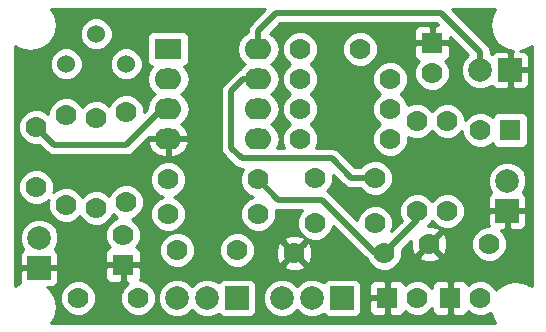
<source format=gtl>
%FSLAX46Y46*%
G04 Gerber Fmt 4.6, Leading zero omitted, Abs format (unit mm)*
G04 Created by KiCad (PCBNEW (2014-10-18 BZR 5203)-product) date 23/10/2014 11:22:48*
%MOMM*%
G01*
G04 APERTURE LIST*
%ADD10C,0.150000*%
%ADD11C,1.524000*%
%ADD12C,1.778000*%
%ADD13R,1.778000X1.778000*%
%ADD14R,2.000000X2.000000*%
%ADD15C,2.000000*%
%ADD16R,2.286000X1.778000*%
%ADD17O,2.286000X1.778000*%
%ADD18C,0.508000*%
%ADD19C,0.254000*%
G04 APERTURE END LIST*
D10*
D11*
X144907000Y-110617000D03*
X147447000Y-108077000D03*
X149987000Y-110617000D03*
D12*
X142367000Y-121031000D03*
X142367000Y-115951000D03*
X164719000Y-109347000D03*
X169799000Y-109347000D03*
X145923000Y-130429000D03*
X151003000Y-130429000D03*
X165989000Y-124079000D03*
X171069000Y-124079000D03*
X154305000Y-126365000D03*
X159385000Y-126365000D03*
X165989000Y-120269000D03*
X171069000Y-120269000D03*
X149733000Y-125095000D03*
D13*
X149733000Y-127635000D03*
D12*
X174625000Y-130429000D03*
D13*
X172085000Y-130429000D03*
D12*
X179959000Y-116205000D03*
D13*
X182499000Y-116205000D03*
D12*
X179959000Y-130429000D03*
D13*
X177419000Y-130429000D03*
D12*
X175895000Y-111379000D03*
D13*
X175895000Y-108839000D03*
D12*
X180721000Y-125857000D03*
X175641000Y-125857000D03*
X153543000Y-120396000D03*
X161163000Y-120396000D03*
X144907000Y-114935000D03*
X144907000Y-122555000D03*
X149987000Y-114681000D03*
X149987000Y-122301000D03*
X172339000Y-111887000D03*
X164719000Y-111887000D03*
X164719000Y-116967000D03*
X172339000Y-116967000D03*
X153543000Y-123317000D03*
X161163000Y-123317000D03*
X177165000Y-123063000D03*
X177165000Y-115443000D03*
X174625000Y-115443000D03*
X174625000Y-123063000D03*
X171831000Y-126619000D03*
X164211000Y-126619000D03*
X164719000Y-114427000D03*
X172339000Y-114427000D03*
X147447000Y-115189000D03*
X147447000Y-122809000D03*
D14*
X168275000Y-130429000D03*
D15*
X165735000Y-130429000D03*
X163195000Y-130429000D03*
D14*
X159385000Y-130429000D03*
D15*
X156845000Y-130429000D03*
X154305000Y-130429000D03*
D14*
X142621000Y-127889000D03*
D15*
X142621000Y-125349000D03*
D14*
X182245000Y-123063000D03*
D15*
X182245000Y-120523000D03*
D14*
X182499000Y-111125000D03*
D15*
X179959000Y-111125000D03*
D16*
X153543000Y-109347000D03*
D17*
X153543000Y-111887000D03*
X153543000Y-114427000D03*
X153543000Y-116967000D03*
X161163000Y-116967000D03*
X161163000Y-114427000D03*
X161163000Y-111887000D03*
X161163000Y-109347000D03*
D18*
X161163000Y-109347000D02*
X161163000Y-107823000D01*
X161163000Y-107823000D02*
X162687000Y-106299000D01*
X162687000Y-106299000D02*
X176657000Y-106299000D01*
X176657000Y-106299000D02*
X179959000Y-109601000D01*
X179959000Y-109601000D02*
X179959000Y-111125000D01*
X174625000Y-123063000D02*
X174625000Y-123825000D01*
X174625000Y-123825000D02*
X171831000Y-126619000D01*
X171831000Y-126619000D02*
X171069000Y-126619000D01*
X171069000Y-126619000D02*
X166562395Y-122112395D01*
X166562395Y-122112395D02*
X162879395Y-122112395D01*
X162879395Y-122112395D02*
X161163000Y-120396000D01*
X149987000Y-117475000D02*
X143891000Y-117475000D01*
X153035000Y-114427000D02*
X149987000Y-117475000D01*
X143891000Y-117475000D02*
X142367000Y-115951000D01*
X153035000Y-114427000D02*
X153543000Y-114427000D01*
X171069000Y-120269000D02*
X169037000Y-120269000D01*
X169037000Y-120269000D02*
X167386000Y-118618000D01*
X167386000Y-118618000D02*
X159766000Y-118618000D01*
X159766000Y-118618000D02*
X158877000Y-117729000D01*
X158877000Y-117729000D02*
X158877000Y-112903000D01*
X158877000Y-112903000D02*
X159893000Y-111887000D01*
X159893000Y-111887000D02*
X161163000Y-111887000D01*
D19*
G36*
X184329000Y-129439148D02*
X184134000Y-129308853D01*
X184134000Y-112251310D01*
X184134000Y-111998691D01*
X184134000Y-111410750D01*
X183975250Y-111252000D01*
X182626000Y-111252000D01*
X182626000Y-112601250D01*
X182784750Y-112760000D01*
X183625309Y-112760000D01*
X183858698Y-112663327D01*
X184037327Y-112484699D01*
X184134000Y-112251310D01*
X184134000Y-129308853D01*
X184023000Y-129234686D01*
X184023000Y-117220310D01*
X184023000Y-116967691D01*
X184023000Y-115189691D01*
X183926327Y-114956302D01*
X183747699Y-114777673D01*
X183514310Y-114681000D01*
X183261691Y-114681000D01*
X181483691Y-114681000D01*
X181250302Y-114777673D01*
X181071673Y-114956301D01*
X181011317Y-115102011D01*
X180823404Y-114913769D01*
X180263472Y-114681265D01*
X179657188Y-114680736D01*
X179096851Y-114912262D01*
X178689108Y-115319293D01*
X178689264Y-115141188D01*
X178457738Y-114580851D01*
X178029404Y-114151769D01*
X177469472Y-113919265D01*
X177419264Y-113919221D01*
X177419264Y-111077188D01*
X177187738Y-110516851D01*
X176997926Y-110326708D01*
X177143699Y-110266327D01*
X177322327Y-110087698D01*
X177419000Y-109854309D01*
X177419000Y-109124750D01*
X177260250Y-108966000D01*
X176022000Y-108966000D01*
X176022000Y-108986000D01*
X175768000Y-108986000D01*
X175768000Y-108966000D01*
X175768000Y-108712000D01*
X175768000Y-107473750D01*
X175609250Y-107315000D01*
X175132309Y-107315000D01*
X174879690Y-107315000D01*
X174646301Y-107411673D01*
X174467673Y-107590302D01*
X174371000Y-107823691D01*
X174371000Y-108553250D01*
X174529750Y-108712000D01*
X175768000Y-108712000D01*
X175768000Y-108966000D01*
X174529750Y-108966000D01*
X174371000Y-109124750D01*
X174371000Y-109854309D01*
X174467673Y-110087698D01*
X174646301Y-110266327D01*
X174792011Y-110326682D01*
X174603769Y-110514596D01*
X174371265Y-111074528D01*
X174370736Y-111680812D01*
X174602262Y-112241149D01*
X175030596Y-112670231D01*
X175590528Y-112902735D01*
X176196812Y-112903264D01*
X176757149Y-112671738D01*
X177186231Y-112243404D01*
X177418735Y-111683472D01*
X177419264Y-111077188D01*
X177419264Y-113919221D01*
X176863188Y-113918736D01*
X176302851Y-114150262D01*
X175894664Y-114557737D01*
X175489404Y-114151769D01*
X174929472Y-113919265D01*
X174323188Y-113918736D01*
X173857470Y-114111166D01*
X173631738Y-113564851D01*
X173224262Y-113156664D01*
X173630231Y-112751404D01*
X173862735Y-112191472D01*
X173863264Y-111585188D01*
X173631738Y-111024851D01*
X173203404Y-110595769D01*
X172643472Y-110363265D01*
X172037188Y-110362736D01*
X171476851Y-110594262D01*
X171323264Y-110747581D01*
X171323264Y-109045188D01*
X171091738Y-108484851D01*
X170663404Y-108055769D01*
X170103472Y-107823265D01*
X169497188Y-107822736D01*
X168936851Y-108054262D01*
X168507769Y-108482596D01*
X168275265Y-109042528D01*
X168274736Y-109648812D01*
X168506262Y-110209149D01*
X168934596Y-110638231D01*
X169494528Y-110870735D01*
X170100812Y-110871264D01*
X170661149Y-110639738D01*
X171090231Y-110211404D01*
X171322735Y-109651472D01*
X171323264Y-109045188D01*
X171323264Y-110747581D01*
X171047769Y-111022596D01*
X170815265Y-111582528D01*
X170814736Y-112188812D01*
X171046262Y-112749149D01*
X171453737Y-113157335D01*
X171047769Y-113562596D01*
X170815265Y-114122528D01*
X170814736Y-114728812D01*
X171046262Y-115289149D01*
X171453737Y-115697335D01*
X171047769Y-116102596D01*
X170815265Y-116662528D01*
X170814736Y-117268812D01*
X171046262Y-117829149D01*
X171474596Y-118258231D01*
X172034528Y-118490735D01*
X172640812Y-118491264D01*
X173201149Y-118259738D01*
X173630231Y-117831404D01*
X173862735Y-117271472D01*
X173863166Y-116776822D01*
X174320528Y-116966735D01*
X174926812Y-116967264D01*
X175487149Y-116735738D01*
X175895335Y-116328262D01*
X176300596Y-116734231D01*
X176860528Y-116966735D01*
X177466812Y-116967264D01*
X178027149Y-116735738D01*
X178434891Y-116328706D01*
X178434736Y-116506812D01*
X178666262Y-117067149D01*
X179094596Y-117496231D01*
X179654528Y-117728735D01*
X180260812Y-117729264D01*
X180821149Y-117497738D01*
X181011292Y-117307926D01*
X181071673Y-117453698D01*
X181250301Y-117632327D01*
X181483690Y-117729000D01*
X181736309Y-117729000D01*
X183514309Y-117729000D01*
X183747698Y-117632327D01*
X183926327Y-117453699D01*
X184023000Y-117220310D01*
X184023000Y-129234686D01*
X183880284Y-129139326D01*
X183880284Y-120199205D01*
X183631894Y-119598057D01*
X183172363Y-119137722D01*
X182571648Y-118888284D01*
X181921205Y-118887716D01*
X181320057Y-119136106D01*
X180859722Y-119595637D01*
X180610284Y-120196352D01*
X180609716Y-120846795D01*
X180858106Y-121447943D01*
X180920250Y-121510196D01*
X180885301Y-121524673D01*
X180706673Y-121703302D01*
X180610000Y-121936691D01*
X180610000Y-122777250D01*
X180768750Y-122936000D01*
X182118000Y-122936000D01*
X182118000Y-122916000D01*
X182372000Y-122916000D01*
X182372000Y-122936000D01*
X183721250Y-122936000D01*
X183880000Y-122777250D01*
X183880000Y-121936691D01*
X183783327Y-121703302D01*
X183604699Y-121524673D01*
X183570166Y-121510369D01*
X183630278Y-121450363D01*
X183879716Y-120849648D01*
X183880284Y-120199205D01*
X183880284Y-129139326D01*
X183880000Y-129139136D01*
X183880000Y-124189309D01*
X183880000Y-123348750D01*
X183721250Y-123190000D01*
X182372000Y-123190000D01*
X182372000Y-124539250D01*
X182530750Y-124698000D01*
X183118691Y-124698000D01*
X183371310Y-124698000D01*
X183604699Y-124601327D01*
X183783327Y-124422698D01*
X183880000Y-124189309D01*
X183880000Y-129139136D01*
X183861915Y-129127053D01*
X183007000Y-128957000D01*
X182245264Y-129108518D01*
X182245264Y-125555188D01*
X182013738Y-124994851D01*
X181717404Y-124698000D01*
X181959250Y-124698000D01*
X182118000Y-124539250D01*
X182118000Y-123190000D01*
X180768750Y-123190000D01*
X180610000Y-123348750D01*
X180610000Y-124189309D01*
X180669499Y-124332954D01*
X180419188Y-124332736D01*
X179858851Y-124564262D01*
X179429769Y-124992596D01*
X179197265Y-125552528D01*
X179196736Y-126158812D01*
X179428262Y-126719149D01*
X179856596Y-127148231D01*
X180416528Y-127380735D01*
X181022812Y-127381264D01*
X181583149Y-127149738D01*
X182012231Y-126721404D01*
X182244735Y-126161472D01*
X182245264Y-125555188D01*
X182245264Y-129108518D01*
X182152085Y-129127053D01*
X181427323Y-129611323D01*
X181330183Y-129756703D01*
X181251738Y-129566851D01*
X180823404Y-129137769D01*
X180263472Y-128905265D01*
X179657188Y-128904736D01*
X179096851Y-129136262D01*
X178906708Y-129326073D01*
X178846327Y-129180301D01*
X178667698Y-129001673D01*
X178434309Y-128905000D01*
X177704750Y-128905000D01*
X177546000Y-129063750D01*
X177546000Y-130302000D01*
X177566000Y-130302000D01*
X177566000Y-130556000D01*
X177546000Y-130556000D01*
X177546000Y-131794250D01*
X177704750Y-131953000D01*
X178434309Y-131953000D01*
X178667698Y-131856327D01*
X178846327Y-131677699D01*
X178906682Y-131531988D01*
X179094596Y-131720231D01*
X179654528Y-131952735D01*
X180260812Y-131953264D01*
X180821149Y-131721738D01*
X180869057Y-131673913D01*
X180943053Y-132045915D01*
X181255148Y-132513000D01*
X177292000Y-132513000D01*
X177292000Y-131794250D01*
X177292000Y-130556000D01*
X177272000Y-130556000D01*
X177272000Y-130302000D01*
X177292000Y-130302000D01*
X177292000Y-129063750D01*
X177176516Y-128948266D01*
X177176516Y-126095035D01*
X177150723Y-125489300D01*
X176968539Y-125049467D01*
X176713196Y-124964409D01*
X175820605Y-125857000D01*
X176713196Y-126749591D01*
X176968539Y-126664533D01*
X177176516Y-126095035D01*
X177176516Y-128948266D01*
X177133250Y-128905000D01*
X176533591Y-128905000D01*
X176533591Y-126929196D01*
X175641000Y-126036605D01*
X174748409Y-126929196D01*
X174833467Y-127184539D01*
X175402965Y-127392516D01*
X176008700Y-127366723D01*
X176448533Y-127184539D01*
X176533591Y-126929196D01*
X176533591Y-128905000D01*
X176403691Y-128905000D01*
X176170302Y-129001673D01*
X175991673Y-129180301D01*
X175895000Y-129413690D01*
X175895000Y-129544073D01*
X175489404Y-129137769D01*
X174929472Y-128905265D01*
X174323188Y-128904736D01*
X173762851Y-129136262D01*
X173572708Y-129326073D01*
X173512327Y-129180301D01*
X173333698Y-129001673D01*
X173100309Y-128905000D01*
X172370750Y-128905000D01*
X172212000Y-129063750D01*
X172212000Y-130302000D01*
X172232000Y-130302000D01*
X172232000Y-130556000D01*
X172212000Y-130556000D01*
X172212000Y-131794250D01*
X172370750Y-131953000D01*
X173100309Y-131953000D01*
X173333698Y-131856327D01*
X173512327Y-131677699D01*
X173572682Y-131531988D01*
X173760596Y-131720231D01*
X174320528Y-131952735D01*
X174926812Y-131953264D01*
X175487149Y-131721738D01*
X175895000Y-131314597D01*
X175895000Y-131444310D01*
X175991673Y-131677699D01*
X176170302Y-131856327D01*
X176403691Y-131953000D01*
X177133250Y-131953000D01*
X177292000Y-131794250D01*
X177292000Y-132513000D01*
X171958000Y-132513000D01*
X171958000Y-131794250D01*
X171958000Y-130556000D01*
X171958000Y-130302000D01*
X171958000Y-129063750D01*
X171799250Y-128905000D01*
X171069691Y-128905000D01*
X170836302Y-129001673D01*
X170657673Y-129180301D01*
X170561000Y-129413690D01*
X170561000Y-129666309D01*
X170561000Y-130143250D01*
X170719750Y-130302000D01*
X171958000Y-130302000D01*
X171958000Y-130556000D01*
X170719750Y-130556000D01*
X170561000Y-130714750D01*
X170561000Y-131191691D01*
X170561000Y-131444310D01*
X170657673Y-131677699D01*
X170836302Y-131856327D01*
X171069691Y-131953000D01*
X171799250Y-131953000D01*
X171958000Y-131794250D01*
X171958000Y-132513000D01*
X169910000Y-132513000D01*
X169910000Y-131555310D01*
X169910000Y-131302691D01*
X169910000Y-129302691D01*
X169813327Y-129069302D01*
X169634699Y-128890673D01*
X169401310Y-128794000D01*
X169148691Y-128794000D01*
X167148691Y-128794000D01*
X166915302Y-128890673D01*
X166736673Y-129069301D01*
X166722369Y-129103833D01*
X166662363Y-129043722D01*
X166061648Y-128794284D01*
X165746516Y-128794008D01*
X165746516Y-126857035D01*
X165720723Y-126251300D01*
X165538539Y-125811467D01*
X165283196Y-125726409D01*
X165103591Y-125906014D01*
X165103591Y-125546804D01*
X165018533Y-125291461D01*
X164449035Y-125083484D01*
X163843300Y-125109277D01*
X163403467Y-125291461D01*
X163318409Y-125546804D01*
X164211000Y-126439395D01*
X165103591Y-125546804D01*
X165103591Y-125906014D01*
X164390605Y-126619000D01*
X165283196Y-127511591D01*
X165538539Y-127426533D01*
X165746516Y-126857035D01*
X165746516Y-128794008D01*
X165411205Y-128793716D01*
X165103591Y-128920819D01*
X165103591Y-127691196D01*
X164211000Y-126798605D01*
X164031395Y-126978210D01*
X164031395Y-126619000D01*
X163138804Y-125726409D01*
X162883461Y-125811467D01*
X162675484Y-126380965D01*
X162701277Y-126986700D01*
X162883461Y-127426533D01*
X163138804Y-127511591D01*
X164031395Y-126619000D01*
X164031395Y-126978210D01*
X163318409Y-127691196D01*
X163403467Y-127946539D01*
X163972965Y-128154516D01*
X164578700Y-128128723D01*
X165018533Y-127946539D01*
X165103591Y-127691196D01*
X165103591Y-128920819D01*
X164810057Y-129042106D01*
X164464800Y-129386759D01*
X164122363Y-129043722D01*
X163521648Y-128794284D01*
X162871205Y-128793716D01*
X162270057Y-129042106D01*
X161809722Y-129501637D01*
X161560284Y-130102352D01*
X161559716Y-130752795D01*
X161808106Y-131353943D01*
X162267637Y-131814278D01*
X162868352Y-132063716D01*
X163518795Y-132064284D01*
X164119943Y-131815894D01*
X164465199Y-131471240D01*
X164807637Y-131814278D01*
X165408352Y-132063716D01*
X166058795Y-132064284D01*
X166659943Y-131815894D01*
X166722196Y-131753749D01*
X166736673Y-131788698D01*
X166915301Y-131967327D01*
X167148690Y-132064000D01*
X167401309Y-132064000D01*
X169401309Y-132064000D01*
X169634698Y-131967327D01*
X169813327Y-131788699D01*
X169910000Y-131555310D01*
X169910000Y-132513000D01*
X161020000Y-132513000D01*
X161020000Y-131555310D01*
X161020000Y-131302691D01*
X161020000Y-129302691D01*
X160923327Y-129069302D01*
X160909264Y-129055238D01*
X160909264Y-126063188D01*
X160677738Y-125502851D01*
X160249404Y-125073769D01*
X159689472Y-124841265D01*
X159083188Y-124840736D01*
X158522851Y-125072262D01*
X158093769Y-125500596D01*
X157861265Y-126060528D01*
X157860736Y-126666812D01*
X158092262Y-127227149D01*
X158520596Y-127656231D01*
X159080528Y-127888735D01*
X159686812Y-127889264D01*
X160247149Y-127657738D01*
X160676231Y-127229404D01*
X160908735Y-126669472D01*
X160909264Y-126063188D01*
X160909264Y-129055238D01*
X160744699Y-128890673D01*
X160511310Y-128794000D01*
X160258691Y-128794000D01*
X158258691Y-128794000D01*
X158025302Y-128890673D01*
X157846673Y-129069301D01*
X157832369Y-129103833D01*
X157772363Y-129043722D01*
X157171648Y-128794284D01*
X156521205Y-128793716D01*
X155920057Y-129042106D01*
X155829264Y-129132740D01*
X155829264Y-126063188D01*
X155597738Y-125502851D01*
X155355833Y-125260523D01*
X155355833Y-114427000D01*
X155239825Y-113843790D01*
X154909464Y-113349369D01*
X154621562Y-113157000D01*
X154909464Y-112964631D01*
X155239825Y-112470210D01*
X155355833Y-111887000D01*
X155239825Y-111303790D01*
X154920657Y-110826120D01*
X155045698Y-110774327D01*
X155224327Y-110595699D01*
X155321000Y-110362310D01*
X155321000Y-110109691D01*
X155321000Y-108331691D01*
X155224327Y-108098302D01*
X155045699Y-107919673D01*
X154812310Y-107823000D01*
X154559691Y-107823000D01*
X152273691Y-107823000D01*
X152040302Y-107919673D01*
X151861673Y-108098301D01*
X151765000Y-108331690D01*
X151765000Y-108584309D01*
X151765000Y-110362309D01*
X151861673Y-110595698D01*
X152040301Y-110774327D01*
X152165342Y-110826121D01*
X151846175Y-111303790D01*
X151730167Y-111887000D01*
X151846175Y-112470210D01*
X152176536Y-112964631D01*
X152464437Y-113157000D01*
X152176536Y-113349369D01*
X151846175Y-113843790D01*
X151730167Y-114427000D01*
X151738063Y-114466700D01*
X151510989Y-114693774D01*
X151511264Y-114379188D01*
X151384242Y-114071770D01*
X151384242Y-110340339D01*
X151172010Y-109826697D01*
X150779370Y-109433371D01*
X150266100Y-109220243D01*
X149710339Y-109219758D01*
X149196697Y-109431990D01*
X148844242Y-109783830D01*
X148844242Y-107800339D01*
X148632010Y-107286697D01*
X148239370Y-106893371D01*
X147726100Y-106680243D01*
X147170339Y-106679758D01*
X146656697Y-106891990D01*
X146263371Y-107284630D01*
X146050243Y-107797900D01*
X146049758Y-108353661D01*
X146261990Y-108867303D01*
X146654630Y-109260629D01*
X147167900Y-109473757D01*
X147723661Y-109474242D01*
X148237303Y-109262010D01*
X148630629Y-108869370D01*
X148843757Y-108356100D01*
X148844242Y-107800339D01*
X148844242Y-109783830D01*
X148803371Y-109824630D01*
X148590243Y-110337900D01*
X148589758Y-110893661D01*
X148801990Y-111407303D01*
X149194630Y-111800629D01*
X149707900Y-112013757D01*
X150263661Y-112014242D01*
X150777303Y-111802010D01*
X151170629Y-111409370D01*
X151383757Y-110896100D01*
X151384242Y-110340339D01*
X151384242Y-114071770D01*
X151279738Y-113818851D01*
X150851404Y-113389769D01*
X150291472Y-113157265D01*
X149685188Y-113156736D01*
X149124851Y-113388262D01*
X148695769Y-113816596D01*
X148559051Y-114145848D01*
X148311404Y-113897769D01*
X147751472Y-113665265D01*
X147145188Y-113664736D01*
X146584851Y-113896262D01*
X146304242Y-114176381D01*
X146304242Y-110340339D01*
X146092010Y-109826697D01*
X145699370Y-109433371D01*
X145186100Y-109220243D01*
X144630339Y-109219758D01*
X144116697Y-109431990D01*
X143723371Y-109824630D01*
X143510243Y-110337900D01*
X143509758Y-110893661D01*
X143721990Y-111407303D01*
X144114630Y-111800629D01*
X144627900Y-112013757D01*
X145183661Y-112014242D01*
X145697303Y-111802010D01*
X146090629Y-111409370D01*
X146303757Y-110896100D01*
X146304242Y-110340339D01*
X146304242Y-114176381D01*
X146260541Y-114220006D01*
X146199738Y-114072851D01*
X145771404Y-113643769D01*
X145211472Y-113411265D01*
X144605188Y-113410736D01*
X144044851Y-113642262D01*
X143615769Y-114070596D01*
X143383265Y-114630528D01*
X143383106Y-114811736D01*
X143231404Y-114659769D01*
X142671472Y-114427265D01*
X142065188Y-114426736D01*
X141504851Y-114658262D01*
X141075769Y-115086596D01*
X140843265Y-115646528D01*
X140842736Y-116252812D01*
X141074262Y-116813149D01*
X141502596Y-117242231D01*
X142062528Y-117474735D01*
X142633997Y-117475233D01*
X143262382Y-118103618D01*
X143550794Y-118296329D01*
X143891000Y-118364000D01*
X149987000Y-118364000D01*
X150327205Y-118296329D01*
X150327206Y-118296329D01*
X150615618Y-118103618D01*
X151912595Y-116806640D01*
X151929670Y-116840000D01*
X153416000Y-116840000D01*
X153416000Y-116820000D01*
X153670000Y-116820000D01*
X153670000Y-116840000D01*
X155156330Y-116840000D01*
X155277134Y-116603987D01*
X155253593Y-116501122D01*
X154964433Y-115979171D01*
X154615205Y-115701247D01*
X154909464Y-115504631D01*
X155239825Y-115010210D01*
X155355833Y-114427000D01*
X155355833Y-125260523D01*
X155277134Y-125181687D01*
X155277134Y-117330013D01*
X155156330Y-117094000D01*
X153670000Y-117094000D01*
X153670000Y-118491000D01*
X153924000Y-118491000D01*
X154497542Y-118326392D01*
X154964433Y-117954829D01*
X155253593Y-117432878D01*
X155277134Y-117330013D01*
X155277134Y-125181687D01*
X155169404Y-125073769D01*
X155067264Y-125031356D01*
X155067264Y-123015188D01*
X154835738Y-122454851D01*
X154407404Y-122025769D01*
X153999446Y-121856370D01*
X154405149Y-121688738D01*
X154834231Y-121260404D01*
X155066735Y-120700472D01*
X155067264Y-120094188D01*
X154835738Y-119533851D01*
X154407404Y-119104769D01*
X153847472Y-118872265D01*
X153416000Y-118871888D01*
X153416000Y-118491000D01*
X153416000Y-117094000D01*
X151929670Y-117094000D01*
X151808866Y-117330013D01*
X151832407Y-117432878D01*
X152121567Y-117954829D01*
X152588458Y-118326392D01*
X153162000Y-118491000D01*
X153416000Y-118491000D01*
X153416000Y-118871888D01*
X153241188Y-118871736D01*
X152680851Y-119103262D01*
X152251769Y-119531596D01*
X152019265Y-120091528D01*
X152018736Y-120697812D01*
X152250262Y-121258149D01*
X152678596Y-121687231D01*
X153086553Y-121856629D01*
X152680851Y-122024262D01*
X152251769Y-122452596D01*
X152019265Y-123012528D01*
X152018736Y-123618812D01*
X152250262Y-124179149D01*
X152678596Y-124608231D01*
X153238528Y-124840735D01*
X153844812Y-124841264D01*
X154405149Y-124609738D01*
X154834231Y-124181404D01*
X155066735Y-123621472D01*
X155067264Y-123015188D01*
X155067264Y-125031356D01*
X154609472Y-124841265D01*
X154003188Y-124840736D01*
X153442851Y-125072262D01*
X153013769Y-125500596D01*
X152781265Y-126060528D01*
X152780736Y-126666812D01*
X153012262Y-127227149D01*
X153440596Y-127656231D01*
X154000528Y-127888735D01*
X154606812Y-127889264D01*
X155167149Y-127657738D01*
X155596231Y-127229404D01*
X155828735Y-126669472D01*
X155829264Y-126063188D01*
X155829264Y-129132740D01*
X155574800Y-129386759D01*
X155232363Y-129043722D01*
X154631648Y-128794284D01*
X153981205Y-128793716D01*
X153380057Y-129042106D01*
X152919722Y-129501637D01*
X152670284Y-130102352D01*
X152669716Y-130752795D01*
X152918106Y-131353943D01*
X153377637Y-131814278D01*
X153978352Y-132063716D01*
X154628795Y-132064284D01*
X155229943Y-131815894D01*
X155575199Y-131471240D01*
X155917637Y-131814278D01*
X156518352Y-132063716D01*
X157168795Y-132064284D01*
X157769943Y-131815894D01*
X157832196Y-131753749D01*
X157846673Y-131788698D01*
X158025301Y-131967327D01*
X158258690Y-132064000D01*
X158511309Y-132064000D01*
X160511309Y-132064000D01*
X160744698Y-131967327D01*
X160923327Y-131788699D01*
X161020000Y-131555310D01*
X161020000Y-132513000D01*
X152527264Y-132513000D01*
X152527264Y-130127188D01*
X152295738Y-129566851D01*
X151867404Y-129137769D01*
X151511264Y-128989886D01*
X151511264Y-121999188D01*
X151279738Y-121438851D01*
X150851404Y-121009769D01*
X150291472Y-120777265D01*
X149685188Y-120776736D01*
X149124851Y-121008262D01*
X148695769Y-121436596D01*
X148559051Y-121765848D01*
X148311404Y-121517769D01*
X147751472Y-121285265D01*
X147145188Y-121284736D01*
X146584851Y-121516262D01*
X146260541Y-121840006D01*
X146199738Y-121692851D01*
X145771404Y-121263769D01*
X145211472Y-121031265D01*
X144605188Y-121030736D01*
X144044851Y-121262262D01*
X143833545Y-121473198D01*
X143890735Y-121335472D01*
X143891264Y-120729188D01*
X143659738Y-120168851D01*
X143231404Y-119739769D01*
X142671472Y-119507265D01*
X142065188Y-119506736D01*
X141504851Y-119738262D01*
X141075769Y-120166596D01*
X140843265Y-120726528D01*
X140842736Y-121332812D01*
X141074262Y-121893149D01*
X141502596Y-122322231D01*
X142062528Y-122554735D01*
X142668812Y-122555264D01*
X143229149Y-122323738D01*
X143440454Y-122112801D01*
X143383265Y-122250528D01*
X143382736Y-122856812D01*
X143614262Y-123417149D01*
X144042596Y-123846231D01*
X144602528Y-124078735D01*
X145208812Y-124079264D01*
X145769149Y-123847738D01*
X146093458Y-123523993D01*
X146154262Y-123671149D01*
X146582596Y-124100231D01*
X147142528Y-124332735D01*
X147748812Y-124333264D01*
X148309149Y-124101738D01*
X148738231Y-123673404D01*
X148874948Y-123344151D01*
X149122596Y-123592231D01*
X149250564Y-123645368D01*
X148870851Y-123802262D01*
X148441769Y-124230596D01*
X148209265Y-124790528D01*
X148208736Y-125396812D01*
X148440262Y-125957149D01*
X148630073Y-126147291D01*
X148484301Y-126207673D01*
X148305673Y-126386302D01*
X148209000Y-126619691D01*
X148209000Y-127349250D01*
X148367750Y-127508000D01*
X149606000Y-127508000D01*
X149606000Y-127488000D01*
X149860000Y-127488000D01*
X149860000Y-127508000D01*
X151098250Y-127508000D01*
X151257000Y-127349250D01*
X151257000Y-126619691D01*
X151160327Y-126386302D01*
X150981699Y-126207673D01*
X150835988Y-126147317D01*
X151024231Y-125959404D01*
X151256735Y-125399472D01*
X151257264Y-124793188D01*
X151025738Y-124232851D01*
X150597404Y-123803769D01*
X150469435Y-123750631D01*
X150849149Y-123593738D01*
X151278231Y-123165404D01*
X151510735Y-122605472D01*
X151511264Y-121999188D01*
X151511264Y-128989886D01*
X151307472Y-128905265D01*
X151138907Y-128905117D01*
X151160327Y-128883698D01*
X151257000Y-128650309D01*
X151257000Y-127920750D01*
X151098250Y-127762000D01*
X149860000Y-127762000D01*
X149860000Y-129000250D01*
X150018750Y-129159000D01*
X150118073Y-129159000D01*
X149711769Y-129564596D01*
X149606000Y-129819316D01*
X149606000Y-129000250D01*
X149606000Y-127762000D01*
X148367750Y-127762000D01*
X148209000Y-127920750D01*
X148209000Y-128650309D01*
X148305673Y-128883698D01*
X148484301Y-129062327D01*
X148717690Y-129159000D01*
X148970309Y-129159000D01*
X149447250Y-129159000D01*
X149606000Y-129000250D01*
X149606000Y-129819316D01*
X149479265Y-130124528D01*
X149478736Y-130730812D01*
X149710262Y-131291149D01*
X150138596Y-131720231D01*
X150698528Y-131952735D01*
X151304812Y-131953264D01*
X151865149Y-131721738D01*
X152294231Y-131293404D01*
X152526735Y-130733472D01*
X152527264Y-130127188D01*
X152527264Y-132513000D01*
X147447264Y-132513000D01*
X147447264Y-130127188D01*
X147215738Y-129566851D01*
X146787404Y-129137769D01*
X146227472Y-128905265D01*
X145621188Y-128904736D01*
X145060851Y-129136262D01*
X144631769Y-129564596D01*
X144399265Y-130124528D01*
X144398736Y-130730812D01*
X144630262Y-131291149D01*
X145058596Y-131720231D01*
X145618528Y-131952735D01*
X146224812Y-131953264D01*
X146785149Y-131721738D01*
X147214231Y-131293404D01*
X147446735Y-130733472D01*
X147447264Y-130127188D01*
X147447264Y-132513000D01*
X144256284Y-132513000D01*
X144256284Y-125025205D01*
X144007894Y-124424057D01*
X143548363Y-123963722D01*
X142947648Y-123714284D01*
X142297205Y-123713716D01*
X141696057Y-123962106D01*
X141235722Y-124421637D01*
X140986284Y-125022352D01*
X140985716Y-125672795D01*
X141234106Y-126273943D01*
X141296250Y-126336196D01*
X141261301Y-126350673D01*
X141082673Y-126529302D01*
X140986000Y-126762691D01*
X140986000Y-127603250D01*
X141144750Y-127762000D01*
X142494000Y-127762000D01*
X142494000Y-127742000D01*
X142748000Y-127742000D01*
X142748000Y-127762000D01*
X144097250Y-127762000D01*
X144256000Y-127603250D01*
X144256000Y-126762691D01*
X144159327Y-126529302D01*
X143980699Y-126350673D01*
X143946166Y-126336369D01*
X144006278Y-126276363D01*
X144255716Y-125675648D01*
X144256284Y-125025205D01*
X144256284Y-132513000D01*
X143610851Y-132513000D01*
X143922947Y-132045915D01*
X144093000Y-131191000D01*
X143922947Y-130336085D01*
X143438677Y-129611323D01*
X143307988Y-129524000D01*
X143494691Y-129524000D01*
X143747310Y-129524000D01*
X143980699Y-129427327D01*
X144159327Y-129248698D01*
X144256000Y-129015309D01*
X144256000Y-128174750D01*
X144097250Y-128016000D01*
X142748000Y-128016000D01*
X142748000Y-128036000D01*
X142494000Y-128036000D01*
X142494000Y-128016000D01*
X141144750Y-128016000D01*
X140986000Y-128174750D01*
X140986000Y-129015309D01*
X141030139Y-129121870D01*
X141004085Y-129127053D01*
X140537000Y-129439148D01*
X140537000Y-109066851D01*
X141004085Y-109378947D01*
X141859000Y-109549000D01*
X142713915Y-109378947D01*
X143438677Y-108894677D01*
X143922947Y-108169915D01*
X144093000Y-107315000D01*
X143922947Y-106460085D01*
X143610851Y-105993000D01*
X161735764Y-105993000D01*
X160534382Y-107194382D01*
X160341671Y-107482794D01*
X160274000Y-107823000D01*
X160274000Y-107950338D01*
X159796536Y-108269369D01*
X159466175Y-108763790D01*
X159350167Y-109347000D01*
X159466175Y-109930210D01*
X159796536Y-110424631D01*
X160084437Y-110617000D01*
X159796536Y-110809369D01*
X159636391Y-111049042D01*
X159552794Y-111065671D01*
X159264382Y-111258382D01*
X158248382Y-112274382D01*
X158055671Y-112562794D01*
X157988000Y-112903000D01*
X157988000Y-117729000D01*
X158055671Y-118069206D01*
X158248382Y-118357618D01*
X159137382Y-119246618D01*
X159425794Y-119439329D01*
X159425795Y-119439329D01*
X159766000Y-119507000D01*
X159896407Y-119507000D01*
X159871769Y-119531596D01*
X159639265Y-120091528D01*
X159638736Y-120697812D01*
X159870262Y-121258149D01*
X160298596Y-121687231D01*
X160706553Y-121856629D01*
X160300851Y-122024262D01*
X159871769Y-122452596D01*
X159639265Y-123012528D01*
X159638736Y-123618812D01*
X159870262Y-124179149D01*
X160298596Y-124608231D01*
X160858528Y-124840735D01*
X161464812Y-124841264D01*
X162025149Y-124609738D01*
X162454231Y-124181404D01*
X162686735Y-123621472D01*
X162687264Y-123015188D01*
X162663849Y-122958520D01*
X162879395Y-123001395D01*
X164911342Y-123001395D01*
X164697769Y-123214596D01*
X164465265Y-123774528D01*
X164464736Y-124380812D01*
X164696262Y-124941149D01*
X165124596Y-125370231D01*
X165684528Y-125602735D01*
X166290812Y-125603264D01*
X166851149Y-125371738D01*
X167280231Y-124943404D01*
X167512735Y-124383472D01*
X167512790Y-124320026D01*
X170440382Y-127247618D01*
X170442298Y-127248898D01*
X170538262Y-127481149D01*
X170966596Y-127910231D01*
X171526528Y-128142735D01*
X172132812Y-128143264D01*
X172693149Y-127911738D01*
X173122231Y-127483404D01*
X173354735Y-126923472D01*
X173355233Y-126352002D01*
X174115386Y-125591849D01*
X174105484Y-125618965D01*
X174131277Y-126224700D01*
X174313461Y-126664533D01*
X174568804Y-126749591D01*
X175461395Y-125857000D01*
X175447252Y-125842857D01*
X175626857Y-125663252D01*
X175641000Y-125677395D01*
X176533591Y-124784804D01*
X176448533Y-124529461D01*
X175879035Y-124321484D01*
X175505530Y-124337388D01*
X175895335Y-123948262D01*
X176300596Y-124354231D01*
X176860528Y-124586735D01*
X177466812Y-124587264D01*
X178027149Y-124355738D01*
X178456231Y-123927404D01*
X178688735Y-123367472D01*
X178689264Y-122761188D01*
X178457738Y-122200851D01*
X178029404Y-121771769D01*
X177469472Y-121539265D01*
X176863188Y-121538736D01*
X176302851Y-121770262D01*
X175894664Y-122177737D01*
X175489404Y-121771769D01*
X174929472Y-121539265D01*
X174323188Y-121538736D01*
X173762851Y-121770262D01*
X173333769Y-122198596D01*
X173101265Y-122758528D01*
X173100736Y-123364812D01*
X173313360Y-123879403D01*
X172438959Y-124753804D01*
X172592735Y-124383472D01*
X172593264Y-123777188D01*
X172361738Y-123216851D01*
X171933404Y-122787769D01*
X171373472Y-122555265D01*
X170767188Y-122554736D01*
X170206851Y-122786262D01*
X169777769Y-123214596D01*
X169545265Y-123774528D01*
X169545209Y-123837973D01*
X167191013Y-121483777D01*
X167034205Y-121379001D01*
X167280231Y-121133404D01*
X167512735Y-120573472D01*
X167513233Y-120002469D01*
X168408382Y-120897618D01*
X168696794Y-121090329D01*
X168696795Y-121090330D01*
X169037000Y-121158000D01*
X169803066Y-121158000D01*
X170204596Y-121560231D01*
X170764528Y-121792735D01*
X171370812Y-121793264D01*
X171931149Y-121561738D01*
X172360231Y-121133404D01*
X172592735Y-120573472D01*
X172593264Y-119967188D01*
X172361738Y-119406851D01*
X171933404Y-118977769D01*
X171373472Y-118745265D01*
X170767188Y-118744736D01*
X170206851Y-118976262D01*
X169802407Y-119380000D01*
X169405236Y-119380000D01*
X168014618Y-117989382D01*
X167726206Y-117796671D01*
X167386000Y-117729000D01*
X166052752Y-117729000D01*
X166242735Y-117271472D01*
X166243264Y-116665188D01*
X166011738Y-116104851D01*
X165604262Y-115696664D01*
X166010231Y-115291404D01*
X166242735Y-114731472D01*
X166243264Y-114125188D01*
X166011738Y-113564851D01*
X165604262Y-113156664D01*
X166010231Y-112751404D01*
X166242735Y-112191472D01*
X166243264Y-111585188D01*
X166011738Y-111024851D01*
X165604262Y-110616664D01*
X166010231Y-110211404D01*
X166242735Y-109651472D01*
X166243264Y-109045188D01*
X166011738Y-108484851D01*
X165583404Y-108055769D01*
X165023472Y-107823265D01*
X164417188Y-107822736D01*
X163856851Y-108054262D01*
X163427769Y-108482596D01*
X163195265Y-109042528D01*
X163194736Y-109648812D01*
X163426262Y-110209149D01*
X163833737Y-110617335D01*
X163427769Y-111022596D01*
X163195265Y-111582528D01*
X163194736Y-112188812D01*
X163426262Y-112749149D01*
X163833737Y-113157335D01*
X163427769Y-113562596D01*
X163195265Y-114122528D01*
X163194736Y-114728812D01*
X163426262Y-115289149D01*
X163833737Y-115697335D01*
X163427769Y-116102596D01*
X163195265Y-116662528D01*
X163194736Y-117268812D01*
X163384881Y-117729000D01*
X162740361Y-117729000D01*
X162859825Y-117550210D01*
X162975833Y-116967000D01*
X162859825Y-116383790D01*
X162529464Y-115889369D01*
X162241562Y-115697000D01*
X162529464Y-115504631D01*
X162859825Y-115010210D01*
X162975833Y-114427000D01*
X162859825Y-113843790D01*
X162529464Y-113349369D01*
X162241562Y-113157000D01*
X162529464Y-112964631D01*
X162859825Y-112470210D01*
X162975833Y-111887000D01*
X162859825Y-111303790D01*
X162529464Y-110809369D01*
X162241562Y-110617000D01*
X162529464Y-110424631D01*
X162859825Y-109930210D01*
X162975833Y-109347000D01*
X162859825Y-108763790D01*
X162529464Y-108269369D01*
X162196407Y-108046828D01*
X163055236Y-107188000D01*
X176288764Y-107188000D01*
X176415764Y-107315000D01*
X176180750Y-107315000D01*
X176022000Y-107473750D01*
X176022000Y-108712000D01*
X177260250Y-108712000D01*
X177419000Y-108553250D01*
X177419000Y-108318236D01*
X178936378Y-109835614D01*
X178573722Y-110197637D01*
X178324284Y-110798352D01*
X178323716Y-111448795D01*
X178572106Y-112049943D01*
X179031637Y-112510278D01*
X179632352Y-112759716D01*
X180282795Y-112760284D01*
X180883943Y-112511894D01*
X180946196Y-112449749D01*
X180960673Y-112484699D01*
X181139302Y-112663327D01*
X181372691Y-112760000D01*
X182213250Y-112760000D01*
X182372000Y-112601250D01*
X182372000Y-111252000D01*
X182352000Y-111252000D01*
X182352000Y-110998000D01*
X182372000Y-110998000D01*
X182372000Y-109648750D01*
X182213250Y-109490000D01*
X181372691Y-109490000D01*
X181139302Y-109586673D01*
X180960673Y-109765301D01*
X180946369Y-109799833D01*
X180886363Y-109739722D01*
X180848000Y-109723792D01*
X180848000Y-109601000D01*
X180780329Y-109260795D01*
X180780329Y-109260794D01*
X180587618Y-108972382D01*
X177608235Y-105993000D01*
X181255148Y-105993000D01*
X180943053Y-106460085D01*
X180773000Y-107315000D01*
X180943053Y-108169915D01*
X181427323Y-108894677D01*
X182152085Y-109378947D01*
X182772412Y-109502337D01*
X182626000Y-109648750D01*
X182626000Y-110998000D01*
X183975250Y-110998000D01*
X184134000Y-110839250D01*
X184134000Y-110251309D01*
X184134000Y-109998690D01*
X184037327Y-109765301D01*
X183858698Y-109586673D01*
X183625309Y-109490000D01*
X183303613Y-109490000D01*
X183861915Y-109378947D01*
X184329000Y-109066851D01*
X184329000Y-129439148D01*
X184329000Y-129439148D01*
G37*
X184329000Y-129439148D02*
X184134000Y-129308853D01*
X184134000Y-112251310D01*
X184134000Y-111998691D01*
X184134000Y-111410750D01*
X183975250Y-111252000D01*
X182626000Y-111252000D01*
X182626000Y-112601250D01*
X182784750Y-112760000D01*
X183625309Y-112760000D01*
X183858698Y-112663327D01*
X184037327Y-112484699D01*
X184134000Y-112251310D01*
X184134000Y-129308853D01*
X184023000Y-129234686D01*
X184023000Y-117220310D01*
X184023000Y-116967691D01*
X184023000Y-115189691D01*
X183926327Y-114956302D01*
X183747699Y-114777673D01*
X183514310Y-114681000D01*
X183261691Y-114681000D01*
X181483691Y-114681000D01*
X181250302Y-114777673D01*
X181071673Y-114956301D01*
X181011317Y-115102011D01*
X180823404Y-114913769D01*
X180263472Y-114681265D01*
X179657188Y-114680736D01*
X179096851Y-114912262D01*
X178689108Y-115319293D01*
X178689264Y-115141188D01*
X178457738Y-114580851D01*
X178029404Y-114151769D01*
X177469472Y-113919265D01*
X177419264Y-113919221D01*
X177419264Y-111077188D01*
X177187738Y-110516851D01*
X176997926Y-110326708D01*
X177143699Y-110266327D01*
X177322327Y-110087698D01*
X177419000Y-109854309D01*
X177419000Y-109124750D01*
X177260250Y-108966000D01*
X176022000Y-108966000D01*
X176022000Y-108986000D01*
X175768000Y-108986000D01*
X175768000Y-108966000D01*
X175768000Y-108712000D01*
X175768000Y-107473750D01*
X175609250Y-107315000D01*
X175132309Y-107315000D01*
X174879690Y-107315000D01*
X174646301Y-107411673D01*
X174467673Y-107590302D01*
X174371000Y-107823691D01*
X174371000Y-108553250D01*
X174529750Y-108712000D01*
X175768000Y-108712000D01*
X175768000Y-108966000D01*
X174529750Y-108966000D01*
X174371000Y-109124750D01*
X174371000Y-109854309D01*
X174467673Y-110087698D01*
X174646301Y-110266327D01*
X174792011Y-110326682D01*
X174603769Y-110514596D01*
X174371265Y-111074528D01*
X174370736Y-111680812D01*
X174602262Y-112241149D01*
X175030596Y-112670231D01*
X175590528Y-112902735D01*
X176196812Y-112903264D01*
X176757149Y-112671738D01*
X177186231Y-112243404D01*
X177418735Y-111683472D01*
X177419264Y-111077188D01*
X177419264Y-113919221D01*
X176863188Y-113918736D01*
X176302851Y-114150262D01*
X175894664Y-114557737D01*
X175489404Y-114151769D01*
X174929472Y-113919265D01*
X174323188Y-113918736D01*
X173857470Y-114111166D01*
X173631738Y-113564851D01*
X173224262Y-113156664D01*
X173630231Y-112751404D01*
X173862735Y-112191472D01*
X173863264Y-111585188D01*
X173631738Y-111024851D01*
X173203404Y-110595769D01*
X172643472Y-110363265D01*
X172037188Y-110362736D01*
X171476851Y-110594262D01*
X171323264Y-110747581D01*
X171323264Y-109045188D01*
X171091738Y-108484851D01*
X170663404Y-108055769D01*
X170103472Y-107823265D01*
X169497188Y-107822736D01*
X168936851Y-108054262D01*
X168507769Y-108482596D01*
X168275265Y-109042528D01*
X168274736Y-109648812D01*
X168506262Y-110209149D01*
X168934596Y-110638231D01*
X169494528Y-110870735D01*
X170100812Y-110871264D01*
X170661149Y-110639738D01*
X171090231Y-110211404D01*
X171322735Y-109651472D01*
X171323264Y-109045188D01*
X171323264Y-110747581D01*
X171047769Y-111022596D01*
X170815265Y-111582528D01*
X170814736Y-112188812D01*
X171046262Y-112749149D01*
X171453737Y-113157335D01*
X171047769Y-113562596D01*
X170815265Y-114122528D01*
X170814736Y-114728812D01*
X171046262Y-115289149D01*
X171453737Y-115697335D01*
X171047769Y-116102596D01*
X170815265Y-116662528D01*
X170814736Y-117268812D01*
X171046262Y-117829149D01*
X171474596Y-118258231D01*
X172034528Y-118490735D01*
X172640812Y-118491264D01*
X173201149Y-118259738D01*
X173630231Y-117831404D01*
X173862735Y-117271472D01*
X173863166Y-116776822D01*
X174320528Y-116966735D01*
X174926812Y-116967264D01*
X175487149Y-116735738D01*
X175895335Y-116328262D01*
X176300596Y-116734231D01*
X176860528Y-116966735D01*
X177466812Y-116967264D01*
X178027149Y-116735738D01*
X178434891Y-116328706D01*
X178434736Y-116506812D01*
X178666262Y-117067149D01*
X179094596Y-117496231D01*
X179654528Y-117728735D01*
X180260812Y-117729264D01*
X180821149Y-117497738D01*
X181011292Y-117307926D01*
X181071673Y-117453698D01*
X181250301Y-117632327D01*
X181483690Y-117729000D01*
X181736309Y-117729000D01*
X183514309Y-117729000D01*
X183747698Y-117632327D01*
X183926327Y-117453699D01*
X184023000Y-117220310D01*
X184023000Y-129234686D01*
X183880284Y-129139326D01*
X183880284Y-120199205D01*
X183631894Y-119598057D01*
X183172363Y-119137722D01*
X182571648Y-118888284D01*
X181921205Y-118887716D01*
X181320057Y-119136106D01*
X180859722Y-119595637D01*
X180610284Y-120196352D01*
X180609716Y-120846795D01*
X180858106Y-121447943D01*
X180920250Y-121510196D01*
X180885301Y-121524673D01*
X180706673Y-121703302D01*
X180610000Y-121936691D01*
X180610000Y-122777250D01*
X180768750Y-122936000D01*
X182118000Y-122936000D01*
X182118000Y-122916000D01*
X182372000Y-122916000D01*
X182372000Y-122936000D01*
X183721250Y-122936000D01*
X183880000Y-122777250D01*
X183880000Y-121936691D01*
X183783327Y-121703302D01*
X183604699Y-121524673D01*
X183570166Y-121510369D01*
X183630278Y-121450363D01*
X183879716Y-120849648D01*
X183880284Y-120199205D01*
X183880284Y-129139326D01*
X183880000Y-129139136D01*
X183880000Y-124189309D01*
X183880000Y-123348750D01*
X183721250Y-123190000D01*
X182372000Y-123190000D01*
X182372000Y-124539250D01*
X182530750Y-124698000D01*
X183118691Y-124698000D01*
X183371310Y-124698000D01*
X183604699Y-124601327D01*
X183783327Y-124422698D01*
X183880000Y-124189309D01*
X183880000Y-129139136D01*
X183861915Y-129127053D01*
X183007000Y-128957000D01*
X182245264Y-129108518D01*
X182245264Y-125555188D01*
X182013738Y-124994851D01*
X181717404Y-124698000D01*
X181959250Y-124698000D01*
X182118000Y-124539250D01*
X182118000Y-123190000D01*
X180768750Y-123190000D01*
X180610000Y-123348750D01*
X180610000Y-124189309D01*
X180669499Y-124332954D01*
X180419188Y-124332736D01*
X179858851Y-124564262D01*
X179429769Y-124992596D01*
X179197265Y-125552528D01*
X179196736Y-126158812D01*
X179428262Y-126719149D01*
X179856596Y-127148231D01*
X180416528Y-127380735D01*
X181022812Y-127381264D01*
X181583149Y-127149738D01*
X182012231Y-126721404D01*
X182244735Y-126161472D01*
X182245264Y-125555188D01*
X182245264Y-129108518D01*
X182152085Y-129127053D01*
X181427323Y-129611323D01*
X181330183Y-129756703D01*
X181251738Y-129566851D01*
X180823404Y-129137769D01*
X180263472Y-128905265D01*
X179657188Y-128904736D01*
X179096851Y-129136262D01*
X178906708Y-129326073D01*
X178846327Y-129180301D01*
X178667698Y-129001673D01*
X178434309Y-128905000D01*
X177704750Y-128905000D01*
X177546000Y-129063750D01*
X177546000Y-130302000D01*
X177566000Y-130302000D01*
X177566000Y-130556000D01*
X177546000Y-130556000D01*
X177546000Y-131794250D01*
X177704750Y-131953000D01*
X178434309Y-131953000D01*
X178667698Y-131856327D01*
X178846327Y-131677699D01*
X178906682Y-131531988D01*
X179094596Y-131720231D01*
X179654528Y-131952735D01*
X180260812Y-131953264D01*
X180821149Y-131721738D01*
X180869057Y-131673913D01*
X180943053Y-132045915D01*
X181255148Y-132513000D01*
X177292000Y-132513000D01*
X177292000Y-131794250D01*
X177292000Y-130556000D01*
X177272000Y-130556000D01*
X177272000Y-130302000D01*
X177292000Y-130302000D01*
X177292000Y-129063750D01*
X177176516Y-128948266D01*
X177176516Y-126095035D01*
X177150723Y-125489300D01*
X176968539Y-125049467D01*
X176713196Y-124964409D01*
X175820605Y-125857000D01*
X176713196Y-126749591D01*
X176968539Y-126664533D01*
X177176516Y-126095035D01*
X177176516Y-128948266D01*
X177133250Y-128905000D01*
X176533591Y-128905000D01*
X176533591Y-126929196D01*
X175641000Y-126036605D01*
X174748409Y-126929196D01*
X174833467Y-127184539D01*
X175402965Y-127392516D01*
X176008700Y-127366723D01*
X176448533Y-127184539D01*
X176533591Y-126929196D01*
X176533591Y-128905000D01*
X176403691Y-128905000D01*
X176170302Y-129001673D01*
X175991673Y-129180301D01*
X175895000Y-129413690D01*
X175895000Y-129544073D01*
X175489404Y-129137769D01*
X174929472Y-128905265D01*
X174323188Y-128904736D01*
X173762851Y-129136262D01*
X173572708Y-129326073D01*
X173512327Y-129180301D01*
X173333698Y-129001673D01*
X173100309Y-128905000D01*
X172370750Y-128905000D01*
X172212000Y-129063750D01*
X172212000Y-130302000D01*
X172232000Y-130302000D01*
X172232000Y-130556000D01*
X172212000Y-130556000D01*
X172212000Y-131794250D01*
X172370750Y-131953000D01*
X173100309Y-131953000D01*
X173333698Y-131856327D01*
X173512327Y-131677699D01*
X173572682Y-131531988D01*
X173760596Y-131720231D01*
X174320528Y-131952735D01*
X174926812Y-131953264D01*
X175487149Y-131721738D01*
X175895000Y-131314597D01*
X175895000Y-131444310D01*
X175991673Y-131677699D01*
X176170302Y-131856327D01*
X176403691Y-131953000D01*
X177133250Y-131953000D01*
X177292000Y-131794250D01*
X177292000Y-132513000D01*
X171958000Y-132513000D01*
X171958000Y-131794250D01*
X171958000Y-130556000D01*
X171958000Y-130302000D01*
X171958000Y-129063750D01*
X171799250Y-128905000D01*
X171069691Y-128905000D01*
X170836302Y-129001673D01*
X170657673Y-129180301D01*
X170561000Y-129413690D01*
X170561000Y-129666309D01*
X170561000Y-130143250D01*
X170719750Y-130302000D01*
X171958000Y-130302000D01*
X171958000Y-130556000D01*
X170719750Y-130556000D01*
X170561000Y-130714750D01*
X170561000Y-131191691D01*
X170561000Y-131444310D01*
X170657673Y-131677699D01*
X170836302Y-131856327D01*
X171069691Y-131953000D01*
X171799250Y-131953000D01*
X171958000Y-131794250D01*
X171958000Y-132513000D01*
X169910000Y-132513000D01*
X169910000Y-131555310D01*
X169910000Y-131302691D01*
X169910000Y-129302691D01*
X169813327Y-129069302D01*
X169634699Y-128890673D01*
X169401310Y-128794000D01*
X169148691Y-128794000D01*
X167148691Y-128794000D01*
X166915302Y-128890673D01*
X166736673Y-129069301D01*
X166722369Y-129103833D01*
X166662363Y-129043722D01*
X166061648Y-128794284D01*
X165746516Y-128794008D01*
X165746516Y-126857035D01*
X165720723Y-126251300D01*
X165538539Y-125811467D01*
X165283196Y-125726409D01*
X165103591Y-125906014D01*
X165103591Y-125546804D01*
X165018533Y-125291461D01*
X164449035Y-125083484D01*
X163843300Y-125109277D01*
X163403467Y-125291461D01*
X163318409Y-125546804D01*
X164211000Y-126439395D01*
X165103591Y-125546804D01*
X165103591Y-125906014D01*
X164390605Y-126619000D01*
X165283196Y-127511591D01*
X165538539Y-127426533D01*
X165746516Y-126857035D01*
X165746516Y-128794008D01*
X165411205Y-128793716D01*
X165103591Y-128920819D01*
X165103591Y-127691196D01*
X164211000Y-126798605D01*
X164031395Y-126978210D01*
X164031395Y-126619000D01*
X163138804Y-125726409D01*
X162883461Y-125811467D01*
X162675484Y-126380965D01*
X162701277Y-126986700D01*
X162883461Y-127426533D01*
X163138804Y-127511591D01*
X164031395Y-126619000D01*
X164031395Y-126978210D01*
X163318409Y-127691196D01*
X163403467Y-127946539D01*
X163972965Y-128154516D01*
X164578700Y-128128723D01*
X165018533Y-127946539D01*
X165103591Y-127691196D01*
X165103591Y-128920819D01*
X164810057Y-129042106D01*
X164464800Y-129386759D01*
X164122363Y-129043722D01*
X163521648Y-128794284D01*
X162871205Y-128793716D01*
X162270057Y-129042106D01*
X161809722Y-129501637D01*
X161560284Y-130102352D01*
X161559716Y-130752795D01*
X161808106Y-131353943D01*
X162267637Y-131814278D01*
X162868352Y-132063716D01*
X163518795Y-132064284D01*
X164119943Y-131815894D01*
X164465199Y-131471240D01*
X164807637Y-131814278D01*
X165408352Y-132063716D01*
X166058795Y-132064284D01*
X166659943Y-131815894D01*
X166722196Y-131753749D01*
X166736673Y-131788698D01*
X166915301Y-131967327D01*
X167148690Y-132064000D01*
X167401309Y-132064000D01*
X169401309Y-132064000D01*
X169634698Y-131967327D01*
X169813327Y-131788699D01*
X169910000Y-131555310D01*
X169910000Y-132513000D01*
X161020000Y-132513000D01*
X161020000Y-131555310D01*
X161020000Y-131302691D01*
X161020000Y-129302691D01*
X160923327Y-129069302D01*
X160909264Y-129055238D01*
X160909264Y-126063188D01*
X160677738Y-125502851D01*
X160249404Y-125073769D01*
X159689472Y-124841265D01*
X159083188Y-124840736D01*
X158522851Y-125072262D01*
X158093769Y-125500596D01*
X157861265Y-126060528D01*
X157860736Y-126666812D01*
X158092262Y-127227149D01*
X158520596Y-127656231D01*
X159080528Y-127888735D01*
X159686812Y-127889264D01*
X160247149Y-127657738D01*
X160676231Y-127229404D01*
X160908735Y-126669472D01*
X160909264Y-126063188D01*
X160909264Y-129055238D01*
X160744699Y-128890673D01*
X160511310Y-128794000D01*
X160258691Y-128794000D01*
X158258691Y-128794000D01*
X158025302Y-128890673D01*
X157846673Y-129069301D01*
X157832369Y-129103833D01*
X157772363Y-129043722D01*
X157171648Y-128794284D01*
X156521205Y-128793716D01*
X155920057Y-129042106D01*
X155829264Y-129132740D01*
X155829264Y-126063188D01*
X155597738Y-125502851D01*
X155355833Y-125260523D01*
X155355833Y-114427000D01*
X155239825Y-113843790D01*
X154909464Y-113349369D01*
X154621562Y-113157000D01*
X154909464Y-112964631D01*
X155239825Y-112470210D01*
X155355833Y-111887000D01*
X155239825Y-111303790D01*
X154920657Y-110826120D01*
X155045698Y-110774327D01*
X155224327Y-110595699D01*
X155321000Y-110362310D01*
X155321000Y-110109691D01*
X155321000Y-108331691D01*
X155224327Y-108098302D01*
X155045699Y-107919673D01*
X154812310Y-107823000D01*
X154559691Y-107823000D01*
X152273691Y-107823000D01*
X152040302Y-107919673D01*
X151861673Y-108098301D01*
X151765000Y-108331690D01*
X151765000Y-108584309D01*
X151765000Y-110362309D01*
X151861673Y-110595698D01*
X152040301Y-110774327D01*
X152165342Y-110826121D01*
X151846175Y-111303790D01*
X151730167Y-111887000D01*
X151846175Y-112470210D01*
X152176536Y-112964631D01*
X152464437Y-113157000D01*
X152176536Y-113349369D01*
X151846175Y-113843790D01*
X151730167Y-114427000D01*
X151738063Y-114466700D01*
X151510989Y-114693774D01*
X151511264Y-114379188D01*
X151384242Y-114071770D01*
X151384242Y-110340339D01*
X151172010Y-109826697D01*
X150779370Y-109433371D01*
X150266100Y-109220243D01*
X149710339Y-109219758D01*
X149196697Y-109431990D01*
X148844242Y-109783830D01*
X148844242Y-107800339D01*
X148632010Y-107286697D01*
X148239370Y-106893371D01*
X147726100Y-106680243D01*
X147170339Y-106679758D01*
X146656697Y-106891990D01*
X146263371Y-107284630D01*
X146050243Y-107797900D01*
X146049758Y-108353661D01*
X146261990Y-108867303D01*
X146654630Y-109260629D01*
X147167900Y-109473757D01*
X147723661Y-109474242D01*
X148237303Y-109262010D01*
X148630629Y-108869370D01*
X148843757Y-108356100D01*
X148844242Y-107800339D01*
X148844242Y-109783830D01*
X148803371Y-109824630D01*
X148590243Y-110337900D01*
X148589758Y-110893661D01*
X148801990Y-111407303D01*
X149194630Y-111800629D01*
X149707900Y-112013757D01*
X150263661Y-112014242D01*
X150777303Y-111802010D01*
X151170629Y-111409370D01*
X151383757Y-110896100D01*
X151384242Y-110340339D01*
X151384242Y-114071770D01*
X151279738Y-113818851D01*
X150851404Y-113389769D01*
X150291472Y-113157265D01*
X149685188Y-113156736D01*
X149124851Y-113388262D01*
X148695769Y-113816596D01*
X148559051Y-114145848D01*
X148311404Y-113897769D01*
X147751472Y-113665265D01*
X147145188Y-113664736D01*
X146584851Y-113896262D01*
X146304242Y-114176381D01*
X146304242Y-110340339D01*
X146092010Y-109826697D01*
X145699370Y-109433371D01*
X145186100Y-109220243D01*
X144630339Y-109219758D01*
X144116697Y-109431990D01*
X143723371Y-109824630D01*
X143510243Y-110337900D01*
X143509758Y-110893661D01*
X143721990Y-111407303D01*
X144114630Y-111800629D01*
X144627900Y-112013757D01*
X145183661Y-112014242D01*
X145697303Y-111802010D01*
X146090629Y-111409370D01*
X146303757Y-110896100D01*
X146304242Y-110340339D01*
X146304242Y-114176381D01*
X146260541Y-114220006D01*
X146199738Y-114072851D01*
X145771404Y-113643769D01*
X145211472Y-113411265D01*
X144605188Y-113410736D01*
X144044851Y-113642262D01*
X143615769Y-114070596D01*
X143383265Y-114630528D01*
X143383106Y-114811736D01*
X143231404Y-114659769D01*
X142671472Y-114427265D01*
X142065188Y-114426736D01*
X141504851Y-114658262D01*
X141075769Y-115086596D01*
X140843265Y-115646528D01*
X140842736Y-116252812D01*
X141074262Y-116813149D01*
X141502596Y-117242231D01*
X142062528Y-117474735D01*
X142633997Y-117475233D01*
X143262382Y-118103618D01*
X143550794Y-118296329D01*
X143891000Y-118364000D01*
X149987000Y-118364000D01*
X150327205Y-118296329D01*
X150327206Y-118296329D01*
X150615618Y-118103618D01*
X151912595Y-116806640D01*
X151929670Y-116840000D01*
X153416000Y-116840000D01*
X153416000Y-116820000D01*
X153670000Y-116820000D01*
X153670000Y-116840000D01*
X155156330Y-116840000D01*
X155277134Y-116603987D01*
X155253593Y-116501122D01*
X154964433Y-115979171D01*
X154615205Y-115701247D01*
X154909464Y-115504631D01*
X155239825Y-115010210D01*
X155355833Y-114427000D01*
X155355833Y-125260523D01*
X155277134Y-125181687D01*
X155277134Y-117330013D01*
X155156330Y-117094000D01*
X153670000Y-117094000D01*
X153670000Y-118491000D01*
X153924000Y-118491000D01*
X154497542Y-118326392D01*
X154964433Y-117954829D01*
X155253593Y-117432878D01*
X155277134Y-117330013D01*
X155277134Y-125181687D01*
X155169404Y-125073769D01*
X155067264Y-125031356D01*
X155067264Y-123015188D01*
X154835738Y-122454851D01*
X154407404Y-122025769D01*
X153999446Y-121856370D01*
X154405149Y-121688738D01*
X154834231Y-121260404D01*
X155066735Y-120700472D01*
X155067264Y-120094188D01*
X154835738Y-119533851D01*
X154407404Y-119104769D01*
X153847472Y-118872265D01*
X153416000Y-118871888D01*
X153416000Y-118491000D01*
X153416000Y-117094000D01*
X151929670Y-117094000D01*
X151808866Y-117330013D01*
X151832407Y-117432878D01*
X152121567Y-117954829D01*
X152588458Y-118326392D01*
X153162000Y-118491000D01*
X153416000Y-118491000D01*
X153416000Y-118871888D01*
X153241188Y-118871736D01*
X152680851Y-119103262D01*
X152251769Y-119531596D01*
X152019265Y-120091528D01*
X152018736Y-120697812D01*
X152250262Y-121258149D01*
X152678596Y-121687231D01*
X153086553Y-121856629D01*
X152680851Y-122024262D01*
X152251769Y-122452596D01*
X152019265Y-123012528D01*
X152018736Y-123618812D01*
X152250262Y-124179149D01*
X152678596Y-124608231D01*
X153238528Y-124840735D01*
X153844812Y-124841264D01*
X154405149Y-124609738D01*
X154834231Y-124181404D01*
X155066735Y-123621472D01*
X155067264Y-123015188D01*
X155067264Y-125031356D01*
X154609472Y-124841265D01*
X154003188Y-124840736D01*
X153442851Y-125072262D01*
X153013769Y-125500596D01*
X152781265Y-126060528D01*
X152780736Y-126666812D01*
X153012262Y-127227149D01*
X153440596Y-127656231D01*
X154000528Y-127888735D01*
X154606812Y-127889264D01*
X155167149Y-127657738D01*
X155596231Y-127229404D01*
X155828735Y-126669472D01*
X155829264Y-126063188D01*
X155829264Y-129132740D01*
X155574800Y-129386759D01*
X155232363Y-129043722D01*
X154631648Y-128794284D01*
X153981205Y-128793716D01*
X153380057Y-129042106D01*
X152919722Y-129501637D01*
X152670284Y-130102352D01*
X152669716Y-130752795D01*
X152918106Y-131353943D01*
X153377637Y-131814278D01*
X153978352Y-132063716D01*
X154628795Y-132064284D01*
X155229943Y-131815894D01*
X155575199Y-131471240D01*
X155917637Y-131814278D01*
X156518352Y-132063716D01*
X157168795Y-132064284D01*
X157769943Y-131815894D01*
X157832196Y-131753749D01*
X157846673Y-131788698D01*
X158025301Y-131967327D01*
X158258690Y-132064000D01*
X158511309Y-132064000D01*
X160511309Y-132064000D01*
X160744698Y-131967327D01*
X160923327Y-131788699D01*
X161020000Y-131555310D01*
X161020000Y-132513000D01*
X152527264Y-132513000D01*
X152527264Y-130127188D01*
X152295738Y-129566851D01*
X151867404Y-129137769D01*
X151511264Y-128989886D01*
X151511264Y-121999188D01*
X151279738Y-121438851D01*
X150851404Y-121009769D01*
X150291472Y-120777265D01*
X149685188Y-120776736D01*
X149124851Y-121008262D01*
X148695769Y-121436596D01*
X148559051Y-121765848D01*
X148311404Y-121517769D01*
X147751472Y-121285265D01*
X147145188Y-121284736D01*
X146584851Y-121516262D01*
X146260541Y-121840006D01*
X146199738Y-121692851D01*
X145771404Y-121263769D01*
X145211472Y-121031265D01*
X144605188Y-121030736D01*
X144044851Y-121262262D01*
X143833545Y-121473198D01*
X143890735Y-121335472D01*
X143891264Y-120729188D01*
X143659738Y-120168851D01*
X143231404Y-119739769D01*
X142671472Y-119507265D01*
X142065188Y-119506736D01*
X141504851Y-119738262D01*
X141075769Y-120166596D01*
X140843265Y-120726528D01*
X140842736Y-121332812D01*
X141074262Y-121893149D01*
X141502596Y-122322231D01*
X142062528Y-122554735D01*
X142668812Y-122555264D01*
X143229149Y-122323738D01*
X143440454Y-122112801D01*
X143383265Y-122250528D01*
X143382736Y-122856812D01*
X143614262Y-123417149D01*
X144042596Y-123846231D01*
X144602528Y-124078735D01*
X145208812Y-124079264D01*
X145769149Y-123847738D01*
X146093458Y-123523993D01*
X146154262Y-123671149D01*
X146582596Y-124100231D01*
X147142528Y-124332735D01*
X147748812Y-124333264D01*
X148309149Y-124101738D01*
X148738231Y-123673404D01*
X148874948Y-123344151D01*
X149122596Y-123592231D01*
X149250564Y-123645368D01*
X148870851Y-123802262D01*
X148441769Y-124230596D01*
X148209265Y-124790528D01*
X148208736Y-125396812D01*
X148440262Y-125957149D01*
X148630073Y-126147291D01*
X148484301Y-126207673D01*
X148305673Y-126386302D01*
X148209000Y-126619691D01*
X148209000Y-127349250D01*
X148367750Y-127508000D01*
X149606000Y-127508000D01*
X149606000Y-127488000D01*
X149860000Y-127488000D01*
X149860000Y-127508000D01*
X151098250Y-127508000D01*
X151257000Y-127349250D01*
X151257000Y-126619691D01*
X151160327Y-126386302D01*
X150981699Y-126207673D01*
X150835988Y-126147317D01*
X151024231Y-125959404D01*
X151256735Y-125399472D01*
X151257264Y-124793188D01*
X151025738Y-124232851D01*
X150597404Y-123803769D01*
X150469435Y-123750631D01*
X150849149Y-123593738D01*
X151278231Y-123165404D01*
X151510735Y-122605472D01*
X151511264Y-121999188D01*
X151511264Y-128989886D01*
X151307472Y-128905265D01*
X151138907Y-128905117D01*
X151160327Y-128883698D01*
X151257000Y-128650309D01*
X151257000Y-127920750D01*
X151098250Y-127762000D01*
X149860000Y-127762000D01*
X149860000Y-129000250D01*
X150018750Y-129159000D01*
X150118073Y-129159000D01*
X149711769Y-129564596D01*
X149606000Y-129819316D01*
X149606000Y-129000250D01*
X149606000Y-127762000D01*
X148367750Y-127762000D01*
X148209000Y-127920750D01*
X148209000Y-128650309D01*
X148305673Y-128883698D01*
X148484301Y-129062327D01*
X148717690Y-129159000D01*
X148970309Y-129159000D01*
X149447250Y-129159000D01*
X149606000Y-129000250D01*
X149606000Y-129819316D01*
X149479265Y-130124528D01*
X149478736Y-130730812D01*
X149710262Y-131291149D01*
X150138596Y-131720231D01*
X150698528Y-131952735D01*
X151304812Y-131953264D01*
X151865149Y-131721738D01*
X152294231Y-131293404D01*
X152526735Y-130733472D01*
X152527264Y-130127188D01*
X152527264Y-132513000D01*
X147447264Y-132513000D01*
X147447264Y-130127188D01*
X147215738Y-129566851D01*
X146787404Y-129137769D01*
X146227472Y-128905265D01*
X145621188Y-128904736D01*
X145060851Y-129136262D01*
X144631769Y-129564596D01*
X144399265Y-130124528D01*
X144398736Y-130730812D01*
X144630262Y-131291149D01*
X145058596Y-131720231D01*
X145618528Y-131952735D01*
X146224812Y-131953264D01*
X146785149Y-131721738D01*
X147214231Y-131293404D01*
X147446735Y-130733472D01*
X147447264Y-130127188D01*
X147447264Y-132513000D01*
X144256284Y-132513000D01*
X144256284Y-125025205D01*
X144007894Y-124424057D01*
X143548363Y-123963722D01*
X142947648Y-123714284D01*
X142297205Y-123713716D01*
X141696057Y-123962106D01*
X141235722Y-124421637D01*
X140986284Y-125022352D01*
X140985716Y-125672795D01*
X141234106Y-126273943D01*
X141296250Y-126336196D01*
X141261301Y-126350673D01*
X141082673Y-126529302D01*
X140986000Y-126762691D01*
X140986000Y-127603250D01*
X141144750Y-127762000D01*
X142494000Y-127762000D01*
X142494000Y-127742000D01*
X142748000Y-127742000D01*
X142748000Y-127762000D01*
X144097250Y-127762000D01*
X144256000Y-127603250D01*
X144256000Y-126762691D01*
X144159327Y-126529302D01*
X143980699Y-126350673D01*
X143946166Y-126336369D01*
X144006278Y-126276363D01*
X144255716Y-125675648D01*
X144256284Y-125025205D01*
X144256284Y-132513000D01*
X143610851Y-132513000D01*
X143922947Y-132045915D01*
X144093000Y-131191000D01*
X143922947Y-130336085D01*
X143438677Y-129611323D01*
X143307988Y-129524000D01*
X143494691Y-129524000D01*
X143747310Y-129524000D01*
X143980699Y-129427327D01*
X144159327Y-129248698D01*
X144256000Y-129015309D01*
X144256000Y-128174750D01*
X144097250Y-128016000D01*
X142748000Y-128016000D01*
X142748000Y-128036000D01*
X142494000Y-128036000D01*
X142494000Y-128016000D01*
X141144750Y-128016000D01*
X140986000Y-128174750D01*
X140986000Y-129015309D01*
X141030139Y-129121870D01*
X141004085Y-129127053D01*
X140537000Y-129439148D01*
X140537000Y-109066851D01*
X141004085Y-109378947D01*
X141859000Y-109549000D01*
X142713915Y-109378947D01*
X143438677Y-108894677D01*
X143922947Y-108169915D01*
X144093000Y-107315000D01*
X143922947Y-106460085D01*
X143610851Y-105993000D01*
X161735764Y-105993000D01*
X160534382Y-107194382D01*
X160341671Y-107482794D01*
X160274000Y-107823000D01*
X160274000Y-107950338D01*
X159796536Y-108269369D01*
X159466175Y-108763790D01*
X159350167Y-109347000D01*
X159466175Y-109930210D01*
X159796536Y-110424631D01*
X160084437Y-110617000D01*
X159796536Y-110809369D01*
X159636391Y-111049042D01*
X159552794Y-111065671D01*
X159264382Y-111258382D01*
X158248382Y-112274382D01*
X158055671Y-112562794D01*
X157988000Y-112903000D01*
X157988000Y-117729000D01*
X158055671Y-118069206D01*
X158248382Y-118357618D01*
X159137382Y-119246618D01*
X159425794Y-119439329D01*
X159425795Y-119439329D01*
X159766000Y-119507000D01*
X159896407Y-119507000D01*
X159871769Y-119531596D01*
X159639265Y-120091528D01*
X159638736Y-120697812D01*
X159870262Y-121258149D01*
X160298596Y-121687231D01*
X160706553Y-121856629D01*
X160300851Y-122024262D01*
X159871769Y-122452596D01*
X159639265Y-123012528D01*
X159638736Y-123618812D01*
X159870262Y-124179149D01*
X160298596Y-124608231D01*
X160858528Y-124840735D01*
X161464812Y-124841264D01*
X162025149Y-124609738D01*
X162454231Y-124181404D01*
X162686735Y-123621472D01*
X162687264Y-123015188D01*
X162663849Y-122958520D01*
X162879395Y-123001395D01*
X164911342Y-123001395D01*
X164697769Y-123214596D01*
X164465265Y-123774528D01*
X164464736Y-124380812D01*
X164696262Y-124941149D01*
X165124596Y-125370231D01*
X165684528Y-125602735D01*
X166290812Y-125603264D01*
X166851149Y-125371738D01*
X167280231Y-124943404D01*
X167512735Y-124383472D01*
X167512790Y-124320026D01*
X170440382Y-127247618D01*
X170442298Y-127248898D01*
X170538262Y-127481149D01*
X170966596Y-127910231D01*
X171526528Y-128142735D01*
X172132812Y-128143264D01*
X172693149Y-127911738D01*
X173122231Y-127483404D01*
X173354735Y-126923472D01*
X173355233Y-126352002D01*
X174115386Y-125591849D01*
X174105484Y-125618965D01*
X174131277Y-126224700D01*
X174313461Y-126664533D01*
X174568804Y-126749591D01*
X175461395Y-125857000D01*
X175447252Y-125842857D01*
X175626857Y-125663252D01*
X175641000Y-125677395D01*
X176533591Y-124784804D01*
X176448533Y-124529461D01*
X175879035Y-124321484D01*
X175505530Y-124337388D01*
X175895335Y-123948262D01*
X176300596Y-124354231D01*
X176860528Y-124586735D01*
X177466812Y-124587264D01*
X178027149Y-124355738D01*
X178456231Y-123927404D01*
X178688735Y-123367472D01*
X178689264Y-122761188D01*
X178457738Y-122200851D01*
X178029404Y-121771769D01*
X177469472Y-121539265D01*
X176863188Y-121538736D01*
X176302851Y-121770262D01*
X175894664Y-122177737D01*
X175489404Y-121771769D01*
X174929472Y-121539265D01*
X174323188Y-121538736D01*
X173762851Y-121770262D01*
X173333769Y-122198596D01*
X173101265Y-122758528D01*
X173100736Y-123364812D01*
X173313360Y-123879403D01*
X172438959Y-124753804D01*
X172592735Y-124383472D01*
X172593264Y-123777188D01*
X172361738Y-123216851D01*
X171933404Y-122787769D01*
X171373472Y-122555265D01*
X170767188Y-122554736D01*
X170206851Y-122786262D01*
X169777769Y-123214596D01*
X169545265Y-123774528D01*
X169545209Y-123837973D01*
X167191013Y-121483777D01*
X167034205Y-121379001D01*
X167280231Y-121133404D01*
X167512735Y-120573472D01*
X167513233Y-120002469D01*
X168408382Y-120897618D01*
X168696794Y-121090329D01*
X168696795Y-121090330D01*
X169037000Y-121158000D01*
X169803066Y-121158000D01*
X170204596Y-121560231D01*
X170764528Y-121792735D01*
X171370812Y-121793264D01*
X171931149Y-121561738D01*
X172360231Y-121133404D01*
X172592735Y-120573472D01*
X172593264Y-119967188D01*
X172361738Y-119406851D01*
X171933404Y-118977769D01*
X171373472Y-118745265D01*
X170767188Y-118744736D01*
X170206851Y-118976262D01*
X169802407Y-119380000D01*
X169405236Y-119380000D01*
X168014618Y-117989382D01*
X167726206Y-117796671D01*
X167386000Y-117729000D01*
X166052752Y-117729000D01*
X166242735Y-117271472D01*
X166243264Y-116665188D01*
X166011738Y-116104851D01*
X165604262Y-115696664D01*
X166010231Y-115291404D01*
X166242735Y-114731472D01*
X166243264Y-114125188D01*
X166011738Y-113564851D01*
X165604262Y-113156664D01*
X166010231Y-112751404D01*
X166242735Y-112191472D01*
X166243264Y-111585188D01*
X166011738Y-111024851D01*
X165604262Y-110616664D01*
X166010231Y-110211404D01*
X166242735Y-109651472D01*
X166243264Y-109045188D01*
X166011738Y-108484851D01*
X165583404Y-108055769D01*
X165023472Y-107823265D01*
X164417188Y-107822736D01*
X163856851Y-108054262D01*
X163427769Y-108482596D01*
X163195265Y-109042528D01*
X163194736Y-109648812D01*
X163426262Y-110209149D01*
X163833737Y-110617335D01*
X163427769Y-111022596D01*
X163195265Y-111582528D01*
X163194736Y-112188812D01*
X163426262Y-112749149D01*
X163833737Y-113157335D01*
X163427769Y-113562596D01*
X163195265Y-114122528D01*
X163194736Y-114728812D01*
X163426262Y-115289149D01*
X163833737Y-115697335D01*
X163427769Y-116102596D01*
X163195265Y-116662528D01*
X163194736Y-117268812D01*
X163384881Y-117729000D01*
X162740361Y-117729000D01*
X162859825Y-117550210D01*
X162975833Y-116967000D01*
X162859825Y-116383790D01*
X162529464Y-115889369D01*
X162241562Y-115697000D01*
X162529464Y-115504631D01*
X162859825Y-115010210D01*
X162975833Y-114427000D01*
X162859825Y-113843790D01*
X162529464Y-113349369D01*
X162241562Y-113157000D01*
X162529464Y-112964631D01*
X162859825Y-112470210D01*
X162975833Y-111887000D01*
X162859825Y-111303790D01*
X162529464Y-110809369D01*
X162241562Y-110617000D01*
X162529464Y-110424631D01*
X162859825Y-109930210D01*
X162975833Y-109347000D01*
X162859825Y-108763790D01*
X162529464Y-108269369D01*
X162196407Y-108046828D01*
X163055236Y-107188000D01*
X176288764Y-107188000D01*
X176415764Y-107315000D01*
X176180750Y-107315000D01*
X176022000Y-107473750D01*
X176022000Y-108712000D01*
X177260250Y-108712000D01*
X177419000Y-108553250D01*
X177419000Y-108318236D01*
X178936378Y-109835614D01*
X178573722Y-110197637D01*
X178324284Y-110798352D01*
X178323716Y-111448795D01*
X178572106Y-112049943D01*
X179031637Y-112510278D01*
X179632352Y-112759716D01*
X180282795Y-112760284D01*
X180883943Y-112511894D01*
X180946196Y-112449749D01*
X180960673Y-112484699D01*
X181139302Y-112663327D01*
X181372691Y-112760000D01*
X182213250Y-112760000D01*
X182372000Y-112601250D01*
X182372000Y-111252000D01*
X182352000Y-111252000D01*
X182352000Y-110998000D01*
X182372000Y-110998000D01*
X182372000Y-109648750D01*
X182213250Y-109490000D01*
X181372691Y-109490000D01*
X181139302Y-109586673D01*
X180960673Y-109765301D01*
X180946369Y-109799833D01*
X180886363Y-109739722D01*
X180848000Y-109723792D01*
X180848000Y-109601000D01*
X180780329Y-109260795D01*
X180780329Y-109260794D01*
X180587618Y-108972382D01*
X177608235Y-105993000D01*
X181255148Y-105993000D01*
X180943053Y-106460085D01*
X180773000Y-107315000D01*
X180943053Y-108169915D01*
X181427323Y-108894677D01*
X182152085Y-109378947D01*
X182772412Y-109502337D01*
X182626000Y-109648750D01*
X182626000Y-110998000D01*
X183975250Y-110998000D01*
X184134000Y-110839250D01*
X184134000Y-110251309D01*
X184134000Y-109998690D01*
X184037327Y-109765301D01*
X183858698Y-109586673D01*
X183625309Y-109490000D01*
X183303613Y-109490000D01*
X183861915Y-109378947D01*
X184329000Y-109066851D01*
X184329000Y-129439148D01*
M02*

</source>
